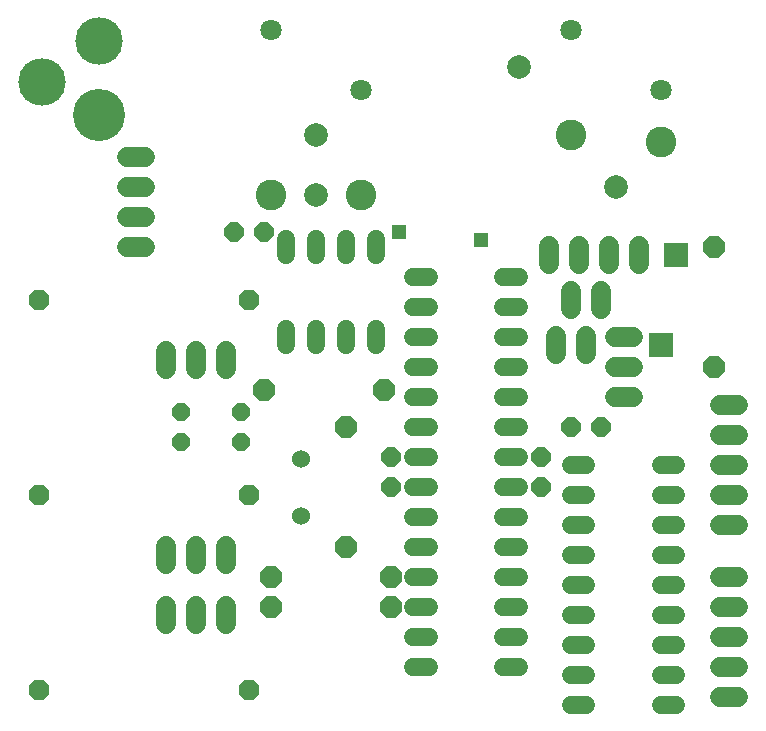
<source format=gbs>
G75*
%MOIN*%
%OFA0B0*%
%FSLAX25Y25*%
%IPPOS*%
%LPD*%
%AMOC8*
5,1,8,0,0,1.08239X$1,22.5*
%
%ADD10C,0.06800*%
%ADD11OC8,0.06400*%
%ADD12OC8,0.06000*%
%ADD13C,0.17398*%
%ADD14C,0.15824*%
%ADD15C,0.06000*%
%ADD16C,0.06000*%
%ADD17OC8,0.07400*%
%ADD18OC8,0.06800*%
%ADD19C,0.07887*%
%ADD20C,0.10249*%
%ADD21C,0.07099*%
%ADD22R,0.04762X0.04762*%
%ADD23R,0.07887X0.07887*%
D10*
X0054300Y0036300D02*
X0054300Y0042300D01*
X0064300Y0042300D02*
X0064300Y0036300D01*
X0074300Y0036300D02*
X0074300Y0042300D01*
X0074300Y0056300D02*
X0074300Y0062300D01*
X0064300Y0062300D02*
X0064300Y0056300D01*
X0054300Y0056300D02*
X0054300Y0062300D01*
X0054300Y0121300D02*
X0054300Y0127300D01*
X0064300Y0127300D02*
X0064300Y0121300D01*
X0074300Y0121300D02*
X0074300Y0127300D01*
X0047300Y0161800D02*
X0041300Y0161800D01*
X0041300Y0171800D02*
X0047300Y0171800D01*
X0047300Y0181800D02*
X0041300Y0181800D01*
X0041300Y0191800D02*
X0047300Y0191800D01*
X0181800Y0162300D02*
X0181800Y0156300D01*
X0191800Y0156300D02*
X0191800Y0162300D01*
X0201800Y0162300D02*
X0201800Y0156300D01*
X0199300Y0147300D02*
X0199300Y0141300D01*
X0189300Y0141300D02*
X0189300Y0147300D01*
X0184300Y0132300D02*
X0184300Y0126300D01*
X0194300Y0126300D02*
X0194300Y0132300D01*
X0203800Y0131800D02*
X0209800Y0131800D01*
X0209800Y0121800D02*
X0203800Y0121800D01*
X0203800Y0111800D02*
X0209800Y0111800D01*
X0238800Y0109300D02*
X0244800Y0109300D01*
X0244800Y0099300D02*
X0238800Y0099300D01*
X0238800Y0089300D02*
X0244800Y0089300D01*
X0244800Y0079300D02*
X0238800Y0079300D01*
X0238800Y0069300D02*
X0244800Y0069300D01*
X0244800Y0051800D02*
X0238800Y0051800D01*
X0238800Y0041800D02*
X0244800Y0041800D01*
X0244800Y0031800D02*
X0238800Y0031800D01*
X0238800Y0021800D02*
X0244800Y0021800D01*
X0244800Y0011800D02*
X0238800Y0011800D01*
X0211800Y0156300D02*
X0211800Y0162300D01*
D11*
X0199300Y0101800D03*
X0189300Y0101800D03*
X0179300Y0091800D03*
X0179300Y0081800D03*
X0129300Y0081800D03*
X0129300Y0091800D03*
X0086800Y0166800D03*
X0076800Y0166800D03*
D12*
X0079300Y0106800D03*
X0079300Y0096800D03*
X0059300Y0096800D03*
X0059300Y0106800D03*
D13*
X0031800Y0205757D03*
D14*
X0012902Y0216977D03*
X0031800Y0230363D03*
D15*
X0094300Y0164400D02*
X0094300Y0159200D01*
X0104300Y0159200D02*
X0104300Y0164400D01*
X0114300Y0164400D02*
X0114300Y0159200D01*
X0124300Y0159200D02*
X0124300Y0164400D01*
X0136700Y0151800D02*
X0141900Y0151800D01*
X0141900Y0141800D02*
X0136700Y0141800D01*
X0136700Y0131800D02*
X0141900Y0131800D01*
X0141900Y0121800D02*
X0136700Y0121800D01*
X0136700Y0111800D02*
X0141900Y0111800D01*
X0141900Y0101800D02*
X0136700Y0101800D01*
X0136700Y0091800D02*
X0141900Y0091800D01*
X0141900Y0081800D02*
X0136700Y0081800D01*
X0136700Y0071800D02*
X0141900Y0071800D01*
X0141900Y0061800D02*
X0136700Y0061800D01*
X0136700Y0051800D02*
X0141900Y0051800D01*
X0141900Y0041800D02*
X0136700Y0041800D01*
X0136700Y0031800D02*
X0141900Y0031800D01*
X0141900Y0021800D02*
X0136700Y0021800D01*
X0166700Y0021800D02*
X0171900Y0021800D01*
X0171900Y0031800D02*
X0166700Y0031800D01*
X0166700Y0041800D02*
X0171900Y0041800D01*
X0171900Y0051800D02*
X0166700Y0051800D01*
X0166700Y0061800D02*
X0171900Y0061800D01*
X0171900Y0071800D02*
X0166700Y0071800D01*
X0166700Y0081800D02*
X0171900Y0081800D01*
X0171900Y0091800D02*
X0166700Y0091800D01*
X0166700Y0101800D02*
X0171900Y0101800D01*
X0171900Y0111800D02*
X0166700Y0111800D01*
X0166700Y0121800D02*
X0171900Y0121800D01*
X0171900Y0131800D02*
X0166700Y0131800D01*
X0166700Y0141800D02*
X0171900Y0141800D01*
X0171900Y0151800D02*
X0166700Y0151800D01*
X0124300Y0134400D02*
X0124300Y0129200D01*
X0114300Y0129200D02*
X0114300Y0134400D01*
X0104300Y0134400D02*
X0104300Y0129200D01*
X0094300Y0129200D02*
X0094300Y0134400D01*
X0189200Y0089300D02*
X0194400Y0089300D01*
X0194400Y0079300D02*
X0189200Y0079300D01*
X0189200Y0069300D02*
X0194400Y0069300D01*
X0194400Y0059300D02*
X0189200Y0059300D01*
X0189200Y0049300D02*
X0194400Y0049300D01*
X0194400Y0039300D02*
X0189200Y0039300D01*
X0189200Y0029300D02*
X0194400Y0029300D01*
X0194400Y0019300D02*
X0189200Y0019300D01*
X0189200Y0009300D02*
X0194400Y0009300D01*
X0219200Y0009300D02*
X0224400Y0009300D01*
X0224400Y0019300D02*
X0219200Y0019300D01*
X0219200Y0029300D02*
X0224400Y0029300D01*
X0224400Y0039300D02*
X0219200Y0039300D01*
X0219200Y0049300D02*
X0224400Y0049300D01*
X0224400Y0059300D02*
X0219200Y0059300D01*
X0219200Y0069300D02*
X0224400Y0069300D01*
X0224400Y0079300D02*
X0219200Y0079300D01*
X0219200Y0089300D02*
X0224400Y0089300D01*
D16*
X0099300Y0091300D03*
X0099300Y0072300D03*
D17*
X0114300Y0061800D03*
X0129300Y0051800D03*
X0129300Y0041800D03*
X0089300Y0041800D03*
X0089300Y0051800D03*
X0114300Y0101800D03*
X0126800Y0114300D03*
X0086800Y0114300D03*
X0236800Y0121800D03*
X0236800Y0161800D03*
D18*
X0011800Y0014300D03*
X0011800Y0079300D03*
X0011800Y0144300D03*
X0081800Y0144300D03*
X0081800Y0079300D03*
X0081800Y0014300D03*
D19*
X0104300Y0179300D03*
X0104300Y0199300D03*
X0171820Y0221820D03*
X0204300Y0181780D03*
D20*
X0219300Y0196800D03*
X0189300Y0199300D03*
X0119300Y0179300D03*
X0089300Y0179300D03*
D21*
X0119300Y0214300D03*
X0089300Y0234300D03*
X0189300Y0234300D03*
X0219300Y0214300D03*
D22*
X0159300Y0164300D03*
X0131800Y0166800D03*
D23*
X0219300Y0129300D03*
X0224300Y0159300D03*
M02*

</source>
